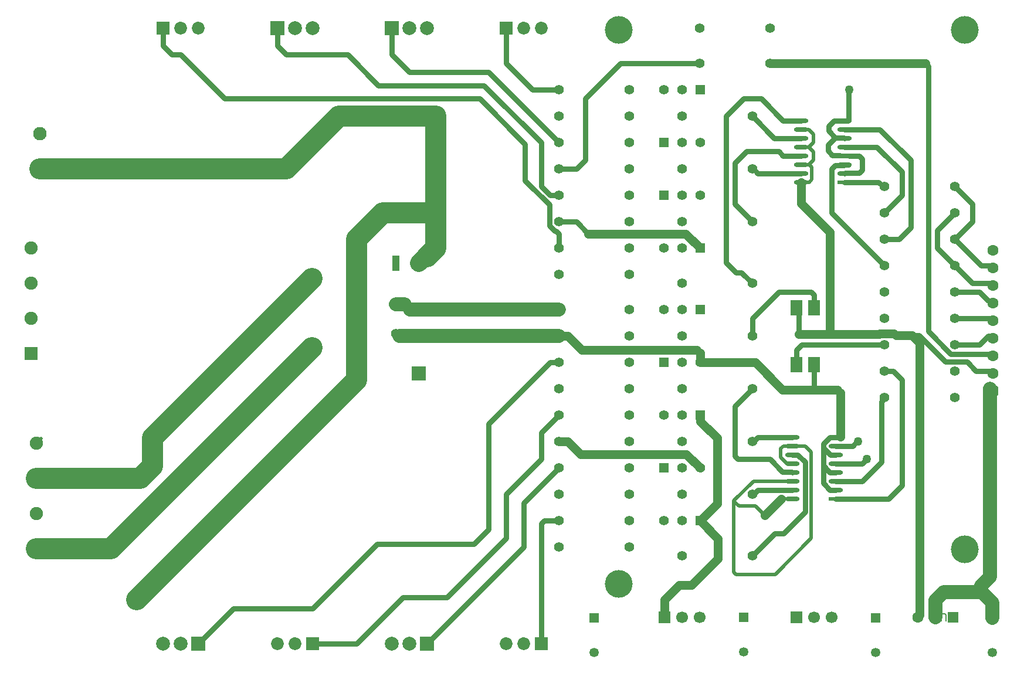
<source format=gtl>
G04*
G04 #@! TF.GenerationSoftware,Altium Limited,Altium Designer,21.8.1 (53)*
G04*
G04 Layer_Physical_Order=1*
G04 Layer_Color=255*
%FSLAX43Y43*%
%MOMM*%
G71*
G04*
G04 #@! TF.SameCoordinates,8F43A1E2-94A4-4ABA-9861-1074310715B2*
G04*
G04*
G04 #@! TF.FilePolarity,Positive*
G04*
G01*
G75*
%ADD15C,0.152*%
%ADD16R,2.103X0.616*%
G04:AMPARAMS|DCode=17|XSize=2.103mm|YSize=0.616mm|CornerRadius=0.308mm|HoleSize=0mm|Usage=FLASHONLY|Rotation=180.000|XOffset=0mm|YOffset=0mm|HoleType=Round|Shape=RoundedRectangle|*
%AMROUNDEDRECTD17*
21,1,2.103,0.000,0,0,180.0*
21,1,1.487,0.616,0,0,180.0*
1,1,0.616,-0.744,0.000*
1,1,0.616,0.744,0.000*
1,1,0.616,0.744,0.000*
1,1,0.616,-0.744,0.000*
%
%ADD17ROUNDEDRECTD17*%
%ADD18R,1.700X2.200*%
%ADD31R,1.850X1.850*%
%ADD32C,1.850*%
%ADD33R,2.000X2.000*%
%ADD34C,2.000*%
%ADD42C,2.032*%
%ADD43C,1.270*%
%ADD44C,0.762*%
%ADD45C,0.508*%
%ADD46C,3.048*%
%ADD47C,2.540*%
%ADD48R,1.600X1.600*%
%ADD49C,1.600*%
%ADD50C,1.350*%
%ADD51R,1.350X1.350*%
%ADD52R,1.700X1.700*%
%ADD53C,1.700*%
%ADD54R,1.100X2.300*%
%ADD55C,1.400*%
%ADD56C,1.600*%
G04:AMPARAMS|DCode=57|XSize=1.6mm|YSize=1.6mm|CornerRadius=0.4mm|HoleSize=0mm|Usage=FLASHONLY|Rotation=90.000|XOffset=0mm|YOffset=0mm|HoleType=Round|Shape=RoundedRectangle|*
%AMROUNDEDRECTD57*
21,1,1.600,0.800,0,0,90.0*
21,1,0.800,1.600,0,0,90.0*
1,1,0.800,0.400,0.400*
1,1,0.800,0.400,-0.400*
1,1,0.800,-0.400,-0.400*
1,1,0.800,-0.400,0.400*
%
%ADD57ROUNDEDRECTD57*%
%ADD58R,1.400X1.400*%
%ADD59C,1.900*%
%ADD60R,1.900X1.900*%
%ADD61R,1.950X1.950*%
%ADD62C,1.950*%
%ADD63C,4.000*%
%ADD64C,1.270*%
%ADD65C,1.778*%
D15*
X142240Y9652D02*
Y10499D01*
X142071Y10668D01*
X141732D01*
X141563Y10499D01*
Y9652D01*
X141224Y10668D02*
X140886D01*
X141055D01*
Y9652D01*
X141224Y9822D01*
D16*
X126340Y27305D02*
D03*
X127610Y73025D02*
D03*
D17*
X126340Y28575D02*
D03*
Y29845D02*
D03*
Y31115D02*
D03*
Y32385D02*
D03*
Y33655D02*
D03*
Y34925D02*
D03*
Y36195D02*
D03*
X120040D02*
D03*
Y34925D02*
D03*
Y33655D02*
D03*
Y32385D02*
D03*
Y31115D02*
D03*
Y29845D02*
D03*
Y28575D02*
D03*
Y27305D02*
D03*
X127610Y74295D02*
D03*
Y75565D02*
D03*
Y76835D02*
D03*
Y78105D02*
D03*
Y79375D02*
D03*
Y80645D02*
D03*
Y81915D02*
D03*
X121310D02*
D03*
Y80645D02*
D03*
Y79375D02*
D03*
Y78105D02*
D03*
Y76835D02*
D03*
Y75565D02*
D03*
Y74295D02*
D03*
Y73025D02*
D03*
D18*
X120650Y46700D02*
D03*
X123190D02*
D03*
Y54900D02*
D03*
X120650D02*
D03*
D31*
X50800Y6350D02*
D03*
X83820D02*
D03*
X29210Y95250D02*
D03*
X78740D02*
D03*
D32*
X48260Y6350D02*
D03*
X45720D02*
D03*
X81280D02*
D03*
X78740D02*
D03*
X31750Y95250D02*
D03*
X34290D02*
D03*
X83820D02*
D03*
X81280D02*
D03*
D33*
X66120Y45390D02*
D03*
X50720Y59090D02*
D03*
Y49090D02*
D03*
X34290Y6350D02*
D03*
X67310D02*
D03*
X45720Y95250D02*
D03*
X62230D02*
D03*
D34*
X31750Y6350D02*
D03*
X29210D02*
D03*
X64770D02*
D03*
X62230D02*
D03*
X50800Y95250D02*
D03*
X48260D02*
D03*
X67310D02*
D03*
X64770D02*
D03*
D42*
X147320Y13843D02*
Y14778D01*
X148590Y16048D01*
Y43180D01*
X148971Y10120D02*
Y12319D01*
X147193Y14097D02*
X148971Y12319D01*
X141906Y13843D02*
X147320D01*
X140716Y10160D02*
Y12653D01*
X141906Y13843D01*
X64897Y54610D02*
X86360D01*
X62820Y55390D02*
X64117D01*
X63383Y50800D02*
X86360D01*
D43*
X138239Y10312D02*
X138295Y10256D01*
X138239Y10312D02*
X138430Y10503D01*
Y49784D01*
X101600Y10160D02*
Y12700D01*
X103759Y14859D01*
X105537D01*
X109347Y18669D01*
Y21523D01*
X106740Y24130D02*
X109347Y21523D01*
X106740Y46990D02*
X114712D01*
X122682Y43053D02*
X126554D01*
X106740Y46990D02*
Y48322D01*
X114712Y46990D02*
X118649Y43053D01*
X109220Y26610D02*
Y36068D01*
X106740Y39370D02*
X106805Y39305D01*
X106740Y24130D02*
X109220Y26610D01*
X106805Y38483D02*
Y39305D01*
Y38483D02*
X109220Y36068D01*
X89662Y48768D02*
X106294D01*
X87630Y50800D02*
X89662Y48768D01*
X118649Y43053D02*
X122682D01*
X127000Y36268D02*
Y42607D01*
X121031Y51054D02*
X131318D01*
X116078Y24892D02*
X118491Y27305D01*
X132612Y51102D02*
X132677Y51167D01*
X134761D02*
X135063Y50865D01*
X131366Y51102D02*
X132612D01*
X132677Y51167D02*
X134761D01*
X137482Y50732D02*
X138430Y49784D01*
X135063Y50865D02*
X137349D01*
X121310Y69952D02*
X125476Y65786D01*
X121310Y69952D02*
Y73025D01*
X125476Y55543D02*
Y65786D01*
X125456Y51694D02*
Y55523D01*
X116840Y90170D02*
X139254D01*
X86360Y35560D02*
X87630D01*
X89474Y33716D01*
X104774D02*
X106740Y31750D01*
X89474Y33716D02*
X104774D01*
X86360Y50800D02*
X87630D01*
X90645Y65565D02*
X104675D01*
X106740Y63500D01*
D44*
X64117Y55390D02*
X64897Y54610D01*
X106294Y48768D02*
X106740Y48322D01*
X126554Y43053D02*
X127000Y42607D01*
X123190Y43561D02*
Y46700D01*
X122682Y43053D02*
X123190Y43561D01*
X121412Y49530D02*
X133350D01*
X120650Y46700D02*
Y48768D01*
X121412Y49530D01*
X118110Y57150D02*
X122744D01*
X123190Y54900D02*
Y56704D01*
X122744Y57150D02*
X123190Y56704D01*
X121031Y51054D02*
Y54519D01*
X120650Y54900D02*
X121031Y54519D01*
X132939Y32609D02*
Y41326D01*
X130175Y29845D02*
X132939Y32609D01*
X133350Y41737D02*
Y41910D01*
X132939Y41326D02*
X133350Y41737D01*
X130175Y32385D02*
X130810Y33020D01*
X126340Y32385D02*
X130175D01*
X114473Y27940D02*
X115108Y28575D01*
X114300Y27940D02*
X114473D01*
X115108Y28575D02*
X120040D01*
X131318Y51054D02*
X131366Y51102D01*
X127537Y79448D02*
X127610Y79375D01*
X126292Y79448D02*
X127537D01*
X127684Y74368D02*
X129729D01*
X130175Y74814D01*
X128281Y76827D02*
X129729D01*
X130175Y74814D02*
Y76381D01*
X129729Y76827D02*
X130175Y76381D01*
X125284Y81088D02*
X126111Y81915D01*
X125284Y80456D02*
Y81088D01*
X125222Y77535D02*
X125857Y76900D01*
X125222Y78378D02*
X126292Y79448D01*
X125222Y77535D02*
Y78378D01*
X125284Y80456D02*
X126292Y79448D01*
X125857Y76900D02*
X126940D01*
X126111Y81915D02*
X127610D01*
X128100D01*
X127610Y74295D02*
X127684Y74368D01*
X132542Y73025D02*
X133177Y72390D01*
X133350D01*
X127610Y73025D02*
X132542D01*
X106680Y10530D02*
X106934D01*
X137349Y50865D02*
X138365D01*
X34290Y6350D02*
X39370Y11430D01*
X50800D01*
X60104Y20734D01*
X76200Y38100D02*
X85090Y46990D01*
X86360D01*
X76200Y22860D02*
Y38100D01*
X74074Y20734D02*
X76200Y22860D01*
X60104Y20734D02*
X74074D01*
X70168Y13017D02*
X78740Y21590D01*
Y27940D01*
X83820Y33020D01*
X81280Y20320D02*
Y26670D01*
X86360Y31750D01*
X83820Y33020D02*
Y36830D01*
X57150Y6350D02*
X63818Y13017D01*
X70168D01*
X83820Y36830D02*
X86360Y39370D01*
X50800Y6350D02*
X57150D01*
X67310D02*
X81280Y20320D01*
X83820Y6350D02*
Y23684D01*
X31750Y91440D02*
X38100Y85090D01*
X74930D02*
X81507Y78513D01*
X38100Y85090D02*
X74930D01*
X81507Y73266D02*
Y78513D01*
X83820Y72390D02*
Y78740D01*
X75565Y86995D02*
X83820Y78740D01*
X60325Y86995D02*
X75565D01*
X83820Y72390D02*
X85090Y71120D01*
X81507Y73266D02*
X85025Y69748D01*
Y66757D02*
Y69748D01*
X86360Y63500D02*
Y65529D01*
X85914Y65975D02*
X86360Y65529D01*
X85025Y66757D02*
X85807Y65975D01*
X85914D01*
X85090Y71120D02*
X86360D01*
X76200Y88900D02*
X86360Y78740D01*
X126309Y33623D02*
X126340Y33655D01*
Y36195D02*
X126927D01*
X125533D02*
X126340D01*
X120847Y33655D02*
X121920Y32582D01*
X120040Y33655D02*
X120847D01*
X125565Y33623D02*
X126309D01*
X124579Y34609D02*
X125565Y33623D01*
X124579Y32069D02*
Y34609D01*
Y29529D02*
X125533Y28575D01*
X126340D01*
X125533Y31115D02*
X126340D01*
X124579Y32069D02*
X125533Y31115D01*
X124579Y29529D02*
Y32069D01*
Y35241D02*
X125533Y36195D01*
X124579Y34609D02*
Y35241D01*
X126927Y36195D02*
X127000Y36268D01*
X128100Y81915D02*
X128173Y81988D01*
Y86263D01*
X128270Y86360D01*
X62993Y51190D02*
X63383Y50800D01*
X62820Y51190D02*
X62993D01*
X86360Y74930D02*
X88900D01*
X90170Y76200D01*
Y85090D01*
X95250Y90170D01*
X106680D01*
X125730Y74930D02*
X126292Y75492D01*
X127537D02*
X127610Y75565D01*
X126292Y75492D02*
X127537D01*
X125730Y68580D02*
Y74930D01*
X137160Y66486D02*
Y76200D01*
X135444Y64770D02*
X137160Y66486D01*
X132715Y80645D02*
X137160Y76200D01*
X132269Y78105D02*
X135890Y74484D01*
X127610Y78105D02*
X132269D01*
X135890Y71120D02*
Y74484D01*
X133350Y68580D02*
X135890Y71120D01*
X143510Y72390D02*
X146050Y69850D01*
Y67310D02*
Y69850D01*
X143510Y64770D02*
X146050Y67310D01*
X125730Y68580D02*
X133350Y60960D01*
X127610Y75565D02*
X128208D01*
X139700Y51452D02*
Y89724D01*
X139254Y90170D02*
X139700Y89724D01*
X140970Y63500D02*
Y66040D01*
Y63500D02*
X143510Y60960D01*
X140970Y66040D02*
X143510Y68580D01*
X142957Y48195D02*
X148525D01*
X139700Y51452D02*
X142957Y48195D01*
X148525D02*
X148590Y48260D01*
X133350Y64770D02*
X135444D01*
X127610Y80645D02*
X132715D01*
X114300Y50800D02*
Y53340D01*
X118110Y57150D01*
X128768Y34925D02*
X129403Y35560D01*
X129540D01*
X126340Y34925D02*
X128768D01*
X126340Y29845D02*
X130175D01*
X126340Y27305D02*
X133985D01*
X138365Y50865D02*
X142175Y47055D01*
X133985Y27305D02*
X135890Y29210D01*
Y44450D01*
X134620Y45720D02*
X135890Y44450D01*
X133350Y45720D02*
X134620D01*
X147320Y60960D02*
X148590D01*
X143510Y64770D02*
X147320Y60960D01*
X146050Y58420D02*
X148590D01*
X143510Y60960D02*
X146050Y58420D01*
X148382Y55880D02*
X148590D01*
X143510Y57150D02*
X147112D01*
X148382Y55880D01*
X143510Y53340D02*
X148590D01*
X143510Y49530D02*
X147112D01*
X148382Y50800D01*
X148590D01*
X146604Y45720D02*
X148590D01*
X145269Y47055D02*
X146604Y45720D01*
X142175Y47055D02*
X145269D01*
X117536Y22286D02*
X118806D01*
X121920Y25400D01*
X114300Y19050D02*
X117536Y22286D01*
X121920Y25400D02*
Y32582D01*
X111760Y40640D02*
X114300Y43180D01*
X111760Y33466D02*
X112206Y33020D01*
X116840D01*
X111760Y33466D02*
Y40640D01*
X116840Y33020D02*
X118672Y31188D01*
X119966D02*
X120040Y31115D01*
X118672Y31188D02*
X119966D01*
X114473Y35560D02*
X115108Y36195D01*
X120040D01*
X114300Y35560D02*
X114473D01*
X111760Y69850D02*
X114300Y67310D01*
X111760Y69850D02*
Y75754D01*
X113476Y77470D02*
X118110D01*
X111760Y75754D02*
X113476Y77470D01*
X118110D02*
X118745Y76835D01*
X121310D01*
X110490Y61406D02*
Y82550D01*
X112746Y59974D02*
X114300Y58420D01*
X111922Y59974D02*
X112746D01*
X110490Y61406D02*
X111922Y59974D01*
X110490Y82550D02*
X113030Y85090D01*
X115570D01*
X118745Y81915D01*
X121310D01*
X114300Y74930D02*
X114473D01*
X115108Y74295D01*
X121310D01*
X114300Y82550D02*
X117475Y79375D01*
X121310D01*
X29210Y92710D02*
Y95250D01*
Y92710D02*
X30480Y91440D01*
X31750D01*
X45720Y92710D02*
Y95250D01*
X46990Y91440D02*
X55880D01*
X45720Y92710D02*
X46990Y91440D01*
X55880D02*
X60325Y86995D01*
X62230Y91440D02*
Y95250D01*
Y91440D02*
X64770Y88900D01*
X76200D01*
X78740Y90170D02*
X82550Y86360D01*
X78740Y90170D02*
Y95250D01*
X82550Y86360D02*
X86360D01*
X84266Y24130D02*
X86360D01*
X83820Y23684D02*
X84266Y24130D01*
X86360Y67310D02*
X88900D01*
X90645Y65565D01*
D45*
X117602Y16383D02*
X122809Y21590D01*
Y34036D01*
X111633Y16681D02*
Y26956D01*
X111931Y16383D02*
X117602D01*
X111633Y16681D02*
X111931Y16383D01*
X111633Y26956D02*
Y27000D01*
X114478Y29845D01*
X111633Y26956D02*
X112355Y26235D01*
X114735D01*
X118491Y27305D02*
X120040D01*
X114735Y26235D02*
X116078Y24892D01*
X137349Y50865D02*
X137482Y50732D01*
X125456Y55523D02*
X125476Y55543D01*
X122453Y78080D02*
X123114Y77419D01*
X122428Y78105D02*
X122453Y78080D01*
X122479Y75565D02*
X122504D01*
X121310D02*
X122479D01*
X121310Y80645D02*
X122428D01*
X123114Y79959D01*
Y78740D02*
Y79959D01*
X122453Y78080D02*
X123114Y78740D01*
X121310Y78105D02*
X122453Y78080D01*
X114478Y29845D02*
X120040D01*
Y34925D02*
X121920D01*
X122809Y34036D01*
X122504Y75565D02*
X122885Y75184D01*
Y73406D02*
Y75184D01*
X122504Y73025D02*
X122885Y73406D01*
X121310Y73025D02*
X122504D01*
X121310Y78105D02*
X122428D01*
X123114Y76200D02*
Y77419D01*
X122479Y75565D02*
X123114Y76200D01*
X118796Y34925D02*
X120040D01*
X118415Y34544D02*
X118796Y34925D01*
X118415Y33274D02*
Y34544D01*
Y33274D02*
X119304Y32385D01*
X120040D01*
X10922Y35306D02*
X11633Y36017D01*
D46*
X11430Y74930D02*
X19050D01*
X53340Y40640D02*
X57150Y44450D01*
X41910Y29210D02*
X53340Y40640D01*
X52070Y80010D02*
X54610Y82550D01*
X46990Y74930D02*
X52070Y80010D01*
X68580Y78740D02*
Y82550D01*
Y68580D02*
Y78740D01*
Y63500D02*
Y68580D01*
X39370Y26670D02*
X41910Y29210D01*
X27940Y15240D02*
X39370Y26670D01*
X25400Y12700D02*
X27940Y15240D01*
X57150Y44450D02*
Y64770D01*
X60960Y68580D01*
X68580D01*
X19050Y74930D02*
X46990D01*
X67310Y62230D02*
X68580Y63500D01*
X54610Y82550D02*
X68580D01*
X21696Y20066D02*
X50720Y49090D01*
X27686Y32011D02*
Y36056D01*
X10922Y30226D02*
X25901D01*
X27686Y32011D01*
Y36056D02*
X50720Y59090D01*
X10922Y20066D02*
X21696D01*
D47*
X66120Y61290D02*
X67060Y62230D01*
X67310D01*
D48*
X143256Y10160D02*
D03*
D49*
X140716D02*
D03*
X138176D02*
D03*
D50*
X91440Y5120D02*
D03*
X113030Y5160D02*
D03*
X132080Y5120D02*
D03*
X148971Y5120D02*
D03*
D51*
X91440Y10120D02*
D03*
X113030Y10160D02*
D03*
X132080Y10120D02*
D03*
X148971Y10120D02*
D03*
D52*
X101600Y10160D02*
D03*
X120650D02*
D03*
D53*
X104140D02*
D03*
X106680D02*
D03*
X123190D02*
D03*
X125730D02*
D03*
D54*
X66120Y61290D02*
D03*
X62820D02*
D03*
D55*
Y55390D02*
D03*
Y51190D02*
D03*
X96520Y39370D02*
D03*
X86360D02*
D03*
X133350Y41910D02*
D03*
X143510D02*
D03*
X104140Y67310D02*
D03*
X114300D02*
D03*
X96520Y71120D02*
D03*
X86360D02*
D03*
X133350Y60960D02*
D03*
X143510D02*
D03*
X86360Y43180D02*
D03*
X96520D02*
D03*
Y46990D02*
D03*
X86360D02*
D03*
X116840Y95250D02*
D03*
X106680D02*
D03*
Y90170D02*
D03*
X116840D02*
D03*
X86360Y50800D02*
D03*
X96520D02*
D03*
Y54610D02*
D03*
X86360D02*
D03*
X104140Y50800D02*
D03*
X114300D02*
D03*
X133350Y49530D02*
D03*
X143510D02*
D03*
X86360Y35560D02*
D03*
X96520D02*
D03*
X86360Y59690D02*
D03*
X96520D02*
D03*
Y63500D02*
D03*
X86360D02*
D03*
X104140Y35560D02*
D03*
X114300D02*
D03*
X104140Y58420D02*
D03*
X114300D02*
D03*
X133350Y57150D02*
D03*
X143510D02*
D03*
X133350Y64770D02*
D03*
X143510D02*
D03*
X86360Y20320D02*
D03*
X96520D02*
D03*
Y24130D02*
D03*
X86360D02*
D03*
Y82550D02*
D03*
X96520D02*
D03*
Y86360D02*
D03*
X86360D02*
D03*
X104140Y19050D02*
D03*
X114300D02*
D03*
X104140Y82550D02*
D03*
X114300D02*
D03*
X133350Y53340D02*
D03*
X143510D02*
D03*
X133350Y68580D02*
D03*
X143510D02*
D03*
X104140Y43180D02*
D03*
X114300D02*
D03*
X86360Y67310D02*
D03*
X96520D02*
D03*
X104140Y27940D02*
D03*
X114300D02*
D03*
X104140Y74930D02*
D03*
X114300D02*
D03*
X96520Y31750D02*
D03*
X86360D02*
D03*
X133350Y45720D02*
D03*
X143510D02*
D03*
X86360Y27940D02*
D03*
X96520D02*
D03*
Y78740D02*
D03*
X86360D02*
D03*
X133350Y72390D02*
D03*
X143510D02*
D03*
X86360Y74930D02*
D03*
X96520D02*
D03*
X104140Y54610D02*
D03*
X101540D02*
D03*
X104140Y39370D02*
D03*
X101540D02*
D03*
X104140Y63500D02*
D03*
X101540D02*
D03*
X104140Y24130D02*
D03*
X101540D02*
D03*
X104140Y86360D02*
D03*
X101540D02*
D03*
X104140Y46990D02*
D03*
X106740D02*
D03*
X104140Y71120D02*
D03*
X106740D02*
D03*
X104140Y31750D02*
D03*
X106740D02*
D03*
X104140Y78740D02*
D03*
X106740D02*
D03*
D56*
X149000Y63160D02*
D03*
Y60620D02*
D03*
Y58080D02*
D03*
Y53000D02*
D03*
Y47920D02*
D03*
Y45380D02*
D03*
Y50460D02*
D03*
Y55540D02*
D03*
D57*
Y42840D02*
D03*
D58*
X106740Y54610D02*
D03*
Y39370D02*
D03*
Y63500D02*
D03*
Y24130D02*
D03*
Y86360D02*
D03*
X101540Y46990D02*
D03*
Y71120D02*
D03*
Y31750D02*
D03*
Y78740D02*
D03*
D59*
X10922Y35306D02*
D03*
Y30226D02*
D03*
Y25146D02*
D03*
X10160Y63500D02*
D03*
Y58420D02*
D03*
Y53340D02*
D03*
D60*
X10922Y20066D02*
D03*
X10160Y48260D02*
D03*
D61*
X11430Y75010D02*
D03*
D62*
Y80010D02*
D03*
D63*
X95000Y15000D02*
D03*
X145000Y20000D02*
D03*
X95000Y95000D02*
D03*
X145000D02*
D03*
D64*
X130810Y33020D02*
D03*
X116078Y24892D02*
D03*
X128270Y86360D02*
D03*
X129540Y35560D02*
D03*
D65*
X53340Y40640D02*
D03*
X68580Y78740D02*
D03*
X52070Y80010D02*
D03*
X27940Y15240D02*
D03*
X39370Y26670D02*
D03*
X41910Y29210D02*
D03*
X68580Y82550D02*
D03*
X54610D02*
D03*
X25400Y12700D02*
D03*
M02*

</source>
